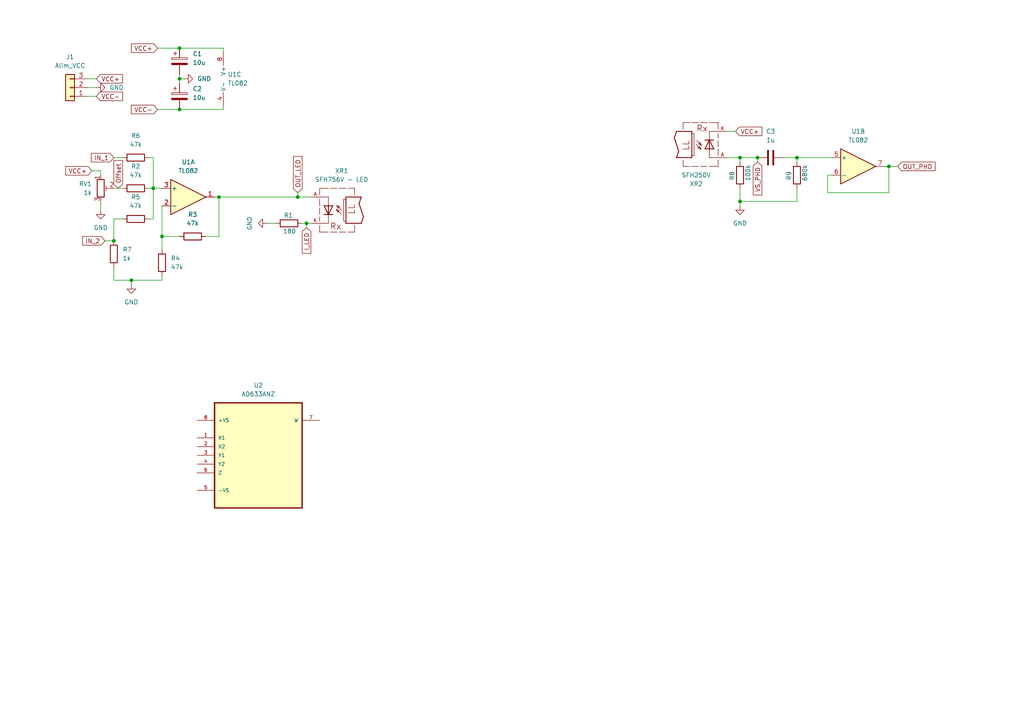
<source format=kicad_sch>
(kicad_sch (version 20250114) (generator "eeschema") (generator_version "9.0")
  (paper "A4")
  (lib_symbols
    (symbol "AD633ANZ:AD633ANZ" (pin_names (offset 1.016))
      (property "Reference" "U" (at -4.9276 14.7574 0))
      (property "Value" "AD633ANZ" (at -7.7216 -20.3454 0))
      (symbol "AD633ANZ_0_0"
        (rectangle (start -12.7 -17.78) (end 12.7 12.7) (stroke (width 0.4064)) (fill (type background)))
        (pin power_in line (at -17.78 7.62 0) (length 5.08) (name "+VS") (number "8"))
        (pin input line (at -17.78 2.54 0) (length 5.08) (name "X1") (number "1"))
        (pin input line (at -17.78 0 0) (length 5.08) (name "X2") (number "2"))
        (pin input line (at -17.78 -2.54 0) (length 5.08) (name "Y1") (number "3"))
        (pin input line (at -17.78 -5.08 0) (length 5.08) (name "Y2") (number "4"))
        (pin input line (at -17.78 -7.62 0) (length 5.08) (name "Z") (number "6"))
        (pin power_in line (at -17.78 -12.7 0) (length 5.08) (name "-VS") (number "5"))
        (pin output line (at 17.78 7.62 180) (length 5.08) (name "W") (number "7"))
      )
    )
    (symbol "Amplifier_Operational:TL082" (pin_names (offset 0.127))
      (property "Reference" "U" (at 0 5.08 0))
      (property "Value" "TL082" (at 0 -5.08 0))
      (symbol "TL082_1_1"
        (polyline (pts (xy -5.08 5.08) (xy 5.08 0) (xy -5.08 -5.08) (xy -5.08 5.08)) (stroke (width 0.254)) (fill (type background)))
        (pin input line (at -7.62 2.54 0) (length 2.54) (name "+") (number "3"))
        (pin input line (at -7.62 -2.54 0) (length 2.54) (name "-") (number "2"))
        (pin output line (at 7.62 0 180) (length 2.54) (name "~") (number "1"))
      )
      (symbol "TL082_2_1"
        (polyline (pts (xy -5.08 5.08) (xy 5.08 0) (xy -5.08 -5.08) (xy -5.08 5.08)) (stroke (width 0.254)) (fill (type background)))
        (pin input line (at -7.62 2.54 0) (length 2.54) (name "+") (number "5"))
        (pin input line (at -7.62 -2.54 0) (length 2.54) (name "-") (number "6"))
        (pin output line (at 7.62 0 180) (length 2.54) (name "~") (number "7"))
      )
      (symbol "TL082_3_1"
        (pin power_in line (at -2.54 7.62 270) (length 3.81) (name "V+") (number "8"))
        (pin power_in line (at -2.54 -7.62 90) (length 3.81) (name "V-") (number "4"))
      )
    )
    (symbol "Connector_Generic:Conn_01x03" (pin_names (offset 1.016) (hide yes))
      (property "Reference" "J" (at 0 5.08 0))
      (property "Value" "Conn_01x03" (at 0 -5.08 0))
      (symbol "Conn_01x03_1_1"
        (rectangle (start -1.27 3.81) (end 1.27 -3.81) (stroke (width 0.254)) (fill (type background)))
        (rectangle (start -1.27 2.667) (end 0 2.413) (stroke (width 0.1524)))
        (rectangle (start -1.27 0.127) (end 0 -0.127) (stroke (width 0.1524)))
        (rectangle (start -1.27 -2.413) (end 0 -2.667) (stroke (width 0.1524)))
        (pin passive line (at -5.08 2.54 0) (length 3.81) (name "Pin_1") (number "1"))
        (pin passive line (at -5.08 0 0) (length 3.81) (name "Pin_2") (number "2"))
        (pin passive line (at -5.08 -2.54 0) (length 3.81) (name "Pin_3") (number "3"))
      )
    )
    (symbol "Device:C" (pin_numbers (hide yes)) (pin_names (offset 0.254))
      (property "Reference" "C" (at 0.635 2.54 0))
      (property "Value" "C" (at 0.635 -2.54 0))
      (symbol "C_0_1"
        (polyline (pts (xy -2.032 0.762) (xy 2.032 0.762)) (stroke (width 0.508)))
        (polyline (pts (xy -2.032 -0.762) (xy 2.032 -0.762)) (stroke (width 0.508)))
      )
      (symbol "C_1_1"
        (pin passive line (at 0 3.81 270) (length 2.794) (name "~") (number "1"))
        (pin passive line (at 0 -3.81 90) (length 2.794) (name "~") (number "2"))
      )
    )
    (symbol "Device:C_Polarized" (pin_numbers (hide yes)) (pin_names (offset 0.254))
      (property "Reference" "C" (at 0.635 2.54 0))
      (property "Value" "C_Polarized" (at 0.635 -2.54 0))
      (symbol "C_Polarized_0_1"
        (rectangle (start -2.286 0.508) (end 2.286 1.016))
        (polyline (pts (xy -1.778 2.286) (xy -0.762 2.286)))
        (polyline (pts (xy -1.27 2.794) (xy -1.27 1.778)))
        (rectangle (start 2.286 -0.508) (end -2.286 -1.016) (fill (type outline)))
      )
      (symbol "C_Polarized_1_1"
        (pin passive line (at 0 3.81 270) (length 2.794) (name "~") (number "1"))
        (pin passive line (at 0 -3.81 90) (length 2.794) (name "~") (number "2"))
      )
    )
    (symbol "Device:R" (pin_numbers (hide yes)) (pin_names (offset 0))
      (property "Reference" "R" (at 2.032 0 90))
      (property "Value" "R" (at 0 0 90))
      (symbol "R_0_1"
        (rectangle (start -1.016 -2.54) (end 1.016 2.54) (stroke (width 0.254)))
      )
      (symbol "R_1_1"
        (pin passive line (at 0 3.81 270) (length 1.27) (name "~") (number "1"))
        (pin passive line (at 0 -3.81 90) (length 1.27) (name "~") (number "2"))
      )
    )
    (symbol "Device:R_Potentiometer_Trim" (pin_names (offset 1.016) (hide yes))
      (property "Reference" "RV" (at -4.445 0 90))
      (property "Value" "R_Potentiometer_Trim" (at -2.54 0 90))
      (symbol "R_Potentiometer_Trim_0_1"
        (rectangle (start 1.016 2.54) (end -1.016 -2.54) (stroke (width 0.254)))
        (polyline (pts (xy 1.524 0.762) (xy 1.524 -0.762)))
        (polyline (pts (xy 2.54 0) (xy 1.524 0)))
      )
      (symbol "R_Potentiometer_Trim_1_1"
        (pin passive line (at 0 3.81 270) (length 1.27) (name "1") (number "1"))
        (pin passive line (at 0 -3.81 90) (length 1.27) (name "3") (number "3"))
        (pin passive line (at 3.81 0 180) (length 1.27) (name "2") (number "2"))
      )
    )
    (symbol "SFH250V:SFH250V" (pin_names (offset 1.016))
      (property "Reference" "XR" (at -7.6295 8.2653 0))
      (property "Value" "SFH250V" (at -7.6238 -7.6238 0))
      (symbol "SFH250V_0_0"
        (polyline (pts (xy -10.16 -0.635) (xy -8.89 3.175)) (stroke (width 0.254)))
        (polyline (pts (xy -9.525 5.08) (xy -5.08 5.08)) (stroke (width 0.254)))
        (polyline (pts (xy -9.525 -2.54) (xy -10.16 -0.635)) (stroke (width 0.254)))
        (polyline (pts (xy -8.89 3.175) (xy -9.525 5.08)) (stroke (width 0.254)))
        (polyline (pts (xy -7.62 7.62) (xy -5.715 7.62)) (stroke (width 0.1524)))
        (polyline (pts (xy -7.62 5.715) (xy -7.62 7.62)) (stroke (width 0.1524)))
        (polyline (pts (xy -7.62 -3.175) (xy -7.62 -5.08)) (stroke (width 0.1524)))
        (polyline (pts (xy -7.62 -5.08) (xy -5.715 -5.08)) (stroke (width 0.1524)))
        (polyline (pts (xy -5.08 7.62) (xy -3.175 7.62)) (stroke (width 0.1524)))
        (polyline (pts (xy -5.08 5.08) (xy -5.08 4.445)) (stroke (width 0.254)))
        (polyline (pts (xy -5.08 4.445) (xy -5.08 -1.905)) (stroke (width 0.254)))
        (polyline (pts (xy -5.08 4.445) (xy -4.445 4.445)) (stroke (width 0.1524)))
        (polyline (pts (xy -5.08 -1.905) (xy -5.08 -2.54)) (stroke (width 0.254)))
        (polyline (pts (xy -5.08 -2.54) (xy -9.525 -2.54)) (stroke (width 0.254)))
        (polyline (pts (xy -5.08 -5.08) (xy -3.175 -5.08)) (stroke (width 0.1524)))
        (polyline (pts (xy -4.445 4.445) (xy -4.445 -1.905)) (stroke (width 0.1524)))
        (polyline (pts (xy -4.445 -1.905) (xy -5.08 -1.905)) (stroke (width 0.1524)))
        (polyline (pts (xy -3.81 1.27) (xy -2.413 2.667)) (stroke (width 0.1524)))
        (polyline (pts (xy -3.683 0.127) (xy -2.286 1.524)) (stroke (width 0.1524)))
        (polyline (pts (xy -3.302 2.286) (xy -2.794 1.778)) (stroke (width 0.1524)))
        (polyline (pts (xy -3.175 1.143) (xy -2.667 0.635)) (stroke (width 0.1524)))
        (polyline (pts (xy -2.794 1.778) (xy -2.413 2.667)) (stroke (width 0.1524)))
        (polyline (pts (xy -2.667 0.635) (xy -2.286 1.524)) (stroke (width 0.1524)))
        (polyline (pts (xy -2.54 7.62) (xy -0.635 7.62)) (stroke (width 0.1524)))
        (polyline (pts (xy -2.54 -5.08) (xy -0.635 -5.08)) (stroke (width 0.1524)))
        (polyline (pts (xy -2.413 2.667) (xy -3.302 2.286)) (stroke (width 0.1524)))
        (polyline (pts (xy -2.286 1.524) (xy -3.175 1.143)) (stroke (width 0.1524)))
        (polyline (pts (xy 0 7.62) (xy 2.54 7.62)) (stroke (width 0.1524)))
        (polyline (pts (xy 0 5.08) (xy 0 2.54)) (stroke (width 0.1524)))
        (polyline (pts (xy 0 5.08) (xy 2.54 5.08)) (stroke (width 0.1524)))
        (polyline (pts (xy 0 2.54) (xy -1.27 2.54)) (stroke (width 0.254)))
        (polyline (pts (xy 0 2.54) (xy 0 0)) (stroke (width 0.254)))
        (polyline (pts (xy 0 0) (xy -1.27 2.54)) (stroke (width 0.254)))
        (polyline (pts (xy 0 0) (xy -1.27 0)) (stroke (width 0.254)))
        (polyline (pts (xy 0 0) (xy 0 -2.54)) (stroke (width 0.1524)))
        (polyline (pts (xy 0 -5.08) (xy 2.54 -5.08)) (stroke (width 0.1524)))
        (polyline (pts (xy 1.27 2.54) (xy 0 2.54)) (stroke (width 0.254)))
        (polyline (pts (xy 1.27 2.54) (xy 0 0)) (stroke (width 0.254)))
        (polyline (pts (xy 1.27 0) (xy 0 0)) (stroke (width 0.254)))
        (polyline (pts (xy 2.54 5.715) (xy 2.54 7.62)) (stroke (width 0.1524)))
        (polyline (pts (xy 2.54 2.54) (xy 2.54 4.445)) (stroke (width 0.1524)))
        (polyline (pts (xy 2.54 0) (xy 2.54 1.905)) (stroke (width 0.1524)))
        (polyline (pts (xy 2.54 -1.905) (xy 2.54 -0.635)) (stroke (width 0.1524)))
        (polyline (pts (xy 2.54 -2.54) (xy 0 -2.54)) (stroke (width 0.1524)))
        (polyline (pts (xy 2.54 -5.08) (xy 2.54 -3.175)) (stroke (width 0.1524)))
        (text "LL" (at -5.7175 0 900) (effects (font (size 1.7788 1.7788)) (justify left bottom)))
        (text "Rx" (at -3.8118 -4.4471 0) (effects (font (size 1.7788 1.7788)) (justify left bottom)))
        (pin passive line (at 5.08 5.08 180) (length 2.54) (name "~") (number "A"))
        (pin passive line (at 5.08 -2.54 180) (length 2.54) (name "~") (number "K"))
      )
    )
    (symbol "power:GND" (power) (pin_numbers (hide yes)) (pin_names (offset 0) (hide yes))
      (property "Value" "GND" (at 0 -3.81 0))
      (symbol "GND_0_1"
        (polyline (pts (xy 0 0) (xy 0 -1.27) (xy 1.27 -1.27) (xy 0 -2.54) (xy -1.27 -1.27) (xy 0 -1.27)))
      )
      (symbol "GND_1_1"
        (pin power_in line (at 0 0 270) (length 0) (name "~") (number "1"))
      )
    )
  )
  (junction (at 38.1 81.28))
  (junction (at 63.5 57.15))
  (junction (at 214.63 45.72))
  (junction (at 44.45 54.61))
  (junction (at 46.99 68.58))
  (junction (at 231.14 45.72))
  (junction (at 33.02 69.85))
  (junction (at 86.36 57.15))
  (junction (at 52.07 31.75))
  (junction (at 52.07 13.97))
  (junction (at 219.71 45.72))
  (junction (at 52.07 22.86))
  (junction (at 257.81 48.26))
  (junction (at 214.63 58.42))
  (junction (at 88.9 64.77))
  (wire (pts (xy 46.99 68.58) (xy 46.99 72.39)))
  (wire (pts (xy 257.81 48.26) (xy 256.54 48.26)))
  (wire (pts (xy 29.21 58.42) (xy 29.21 60.96)))
  (wire (pts (xy 257.81 48.26) (xy 260.35 48.26)))
  (wire (pts (xy 35.56 63.5) (xy 33.02 63.5)))
  (wire (pts (xy 63.5 57.15) (xy 62.23 57.15)))
  (wire (pts (xy 33.02 63.5) (xy 33.02 69.85)))
  (wire (pts (xy 46.99 81.28) (xy 46.99 80.01)))
  (wire (pts (xy 44.45 63.5) (xy 44.45 54.61)))
  (wire (pts (xy 25.4 25.4) (xy 27.94 25.4)))
  (wire (pts (xy 231.14 45.72) (xy 241.3 45.72)))
  (wire (pts (xy 214.63 45.72) (xy 219.71 45.72)))
  (wire (pts (xy 45.72 13.97) (xy 52.07 13.97)))
  (wire (pts (xy 231.14 45.72) (xy 231.14 46.99)))
  (wire (pts (xy 231.14 58.42) (xy 214.63 58.42)))
  (wire (pts (xy 33.02 77.47) (xy 33.02 81.28)))
  (wire (pts (xy 210.82 45.72) (xy 214.63 45.72)))
  (wire (pts (xy 214.63 46.99) (xy 214.63 45.72)))
  (wire (pts (xy 43.18 63.5) (xy 44.45 63.5)))
  (wire (pts (xy 77.47 64.77) (xy 80.01 64.77)))
  (wire (pts (xy 33.02 45.72) (xy 35.56 45.72)))
  (wire (pts (xy 241.3 50.8) (xy 240.03 50.8)))
  (wire (pts (xy 52.07 22.86) (xy 52.07 24.13)))
  (wire (pts (xy 29.21 50.8) (xy 29.21 49.53)))
  (wire (pts (xy 240.03 55.88) (xy 257.81 55.88)))
  (wire (pts (xy 44.45 45.72) (xy 44.45 54.61)))
  (wire (pts (xy 210.82 38.1) (xy 213.36 38.1)))
  (wire (pts (xy 63.5 57.15) (xy 86.36 57.15)))
  (wire (pts (xy 214.63 54.61) (xy 214.63 58.42)))
  (wire (pts (xy 43.18 54.61) (xy 44.45 54.61)))
  (wire (pts (xy 214.63 58.42) (xy 214.63 59.69)))
  (wire (pts (xy 45.72 31.75) (xy 52.07 31.75)))
  (wire (pts (xy 86.36 55.88) (xy 86.36 57.15)))
  (wire (pts (xy 38.1 81.28) (xy 33.02 81.28)))
  (wire (pts (xy 63.5 68.58) (xy 63.5 57.15)))
  (wire (pts (xy 25.4 27.94) (xy 27.94 27.94)))
  (wire (pts (xy 227.33 45.72) (xy 231.14 45.72)))
  (wire (pts (xy 52.07 31.75) (xy 64.77 31.75)))
  (wire (pts (xy 87.63 64.77) (xy 88.9 64.77)))
  (wire (pts (xy 88.9 64.77) (xy 88.9 66.04)))
  (wire (pts (xy 44.45 54.61) (xy 46.99 54.61)))
  (wire (pts (xy 25.4 22.86) (xy 27.94 22.86)))
  (wire (pts (xy 33.02 54.61) (xy 35.56 54.61)))
  (wire (pts (xy 52.07 22.86) (xy 53.34 22.86)))
  (wire (pts (xy 86.36 57.15) (xy 90.17 57.15)))
  (wire (pts (xy 38.1 82.55) (xy 38.1 81.28)))
  (wire (pts (xy 46.99 59.69) (xy 46.99 68.58)))
  (wire (pts (xy 29.21 49.53) (xy 26.67 49.53)))
  (wire (pts (xy 240.03 50.8) (xy 240.03 55.88)))
  (wire (pts (xy 231.14 54.61) (xy 231.14 58.42)))
  (wire (pts (xy 46.99 68.58) (xy 52.07 68.58)))
  (wire (pts (xy 257.81 55.88) (xy 257.81 48.26)))
  (wire (pts (xy 30.48 69.85) (xy 33.02 69.85)))
  (wire (pts (xy 64.77 31.75) (xy 64.77 30.48)))
  (wire (pts (xy 38.1 81.28) (xy 46.99 81.28)))
  (wire (pts (xy 64.77 13.97) (xy 64.77 15.24)))
  (wire (pts (xy 59.69 68.58) (xy 63.5 68.58)))
  (wire (pts (xy 44.45 45.72) (xy 43.18 45.72)))
  (wire (pts (xy 88.9 64.77) (xy 90.17 64.77)))
  (wire (pts (xy 52.07 21.59) (xy 52.07 22.86)))
  (wire (pts (xy 52.07 13.97) (xy 64.77 13.97)))
  (wire (pts (xy 219.71 45.72) (xy 219.71 46.99)))
  (global_label "VCC+" (shape input) (at 26.67 49.53 180) (property "Intersheetrefs" "${INTERSHEET_REFS}" (effects (hide yes))))
  (global_label "Offset" (shape input) (at 34.29 54.61 90) (property "Intersheetrefs" "${INTERSHEET_REFS}" (effects (hide yes))))
  (global_label "VCC+" (shape input) (at 213.36 38.1 0) (property "Intersheetrefs" "${INTERSHEET_REFS}" (effects (hide yes))))
  (global_label "IN_1" (shape input) (at 33.02 45.72 180) (property "Intersheetrefs" "${INTERSHEET_REFS}" (effects (hide yes))))
  (global_label "VCC-" (shape input) (at 45.72 31.75 180) (property "Intersheetrefs" "${INTERSHEET_REFS}" (effects (hide yes))))
  (global_label "VCC+" (shape input) (at 27.94 22.86 0) (property "Intersheetrefs" "${INTERSHEET_REFS}" (effects (hide yes))))
  (global_label "I_LED" (shape input) (at 88.9 66.04 270) (property "Intersheetrefs" "${INTERSHEET_REFS}" (effects (hide yes))))
  (global_label "VCC+" (shape input) (at 45.72 13.97 180) (property "Intersheetrefs" "${INTERSHEET_REFS}" (effects (hide yes))))
  (global_label "VS_PHD" (shape input) (at 219.71 46.99 270) (property "Intersheetrefs" "${INTERSHEET_REFS}" (effects (hide yes))))
  (global_label "IN_2" (shape input) (at 30.48 69.85 180) (property "Intersheetrefs" "${INTERSHEET_REFS}" (effects (hide yes))))
  (global_label "VCC-" (shape input) (at 27.94 27.94 0) (property "Intersheetrefs" "${INTERSHEET_REFS}" (effects (hide yes))))
  (global_label "OUT_LED" (shape input) (at 86.36 55.88 90) (property "Intersheetrefs" "${INTERSHEET_REFS}" (effects (hide yes))))
  (global_label "OUT_PHD" (shape input) (at 260.35 48.26 0) (property "Intersheetrefs" "${INTERSHEET_REFS}" (effects (hide yes))))
  (symbol (lib_id "power:GND") (at 214.63 59.69 0) (unit 1)
    (property "Reference" "#PWR06" (effects (hide yes)))
    (property "Value" "GND" (at 214.63 64.77 0))
    (property "Description" "Power symbol creates a global label with name \"GND\" , ground" (effects (hide yes)))
  )
  (symbol (lib_id "Device:R") (at 39.37 63.5 90) (unit 1)
    (property "Reference" "R5" (at 39.37 57.15 90))
    (property "Value" "47k" (at 39.37 59.69 90))
    (property "Footprint" "Resistor_THT:R_Axial_DIN0207_L6.3mm_D2.5mm_P10.16mm_Horizontal" (effects (hide yes)))
    (property "Description" "Resistor" (effects (hide yes)))
  )
  (symbol (lib_id "power:GND") (at 38.1 82.55 0) (unit 1)
    (property "Reference" "#PWR04" (effects (hide yes)))
    (property "Value" "GND" (at 38.1 87.63 0))
    (property "Description" "Power symbol creates a global label with name \"GND\" , ground" (effects (hide yes)))
  )
  (symbol (lib_id "Device:R") (at 46.99 76.2 180) (unit 1)
    (property "Reference" "R4" (at 49.53 74.9299 0) (effects (justify right)))
    (property "Value" "47k" (at 49.53 77.4699 0) (effects (justify right)))
    (property "Footprint" "Resistor_THT:R_Axial_DIN0207_L6.3mm_D2.5mm_P10.16mm_Horizontal" (effects (hide yes)))
    (property "Description" "Resistor" (effects (hide yes)))
  )
  (symbol (lib_id "Device:C_Polarized") (at 52.07 27.94 0) (unit 1)
    (property "Reference" "C2" (at 55.88 25.7809 0) (effects (justify left)))
    (property "Value" "10u" (at 55.88 28.3209 0) (effects (justify left)))
    (property "Description" "Polarized capacitor" (effects (hide yes)))
  )
  (symbol (lib_id "Amplifier_Operational:TL082") (at 54.61 57.15 0) (unit 1)
    (property "Reference" "U1" (at 54.61 46.99 0))
    (property "Value" "TL082" (at 54.61 49.53 0))
    (property "Datasheet" "http://www.ti.com/lit/ds/symlink/tl081.pdf" (effects (hide yes)))
    (property "Description" "Dual JFET-Input Operational Amplifiers, DIP-8/SOIC-8/SSOP-8" (effects (hide yes)))
  )
  (symbol (lib_id "SFH250V:SFH250V") (at 95.25 62.23 0) (mirror y) (unit 1)
    (property "Reference" "XR1" (at 99.0854 49.53 0))
    (property "Value" "SFH756V - LED" (at 99.0854 52.07 0))
    (property "Footprint" "SFH250V:SFH-V" (effects (hide yes)))
    (property "MF" "Infineon Technologies" (effects (hide yes)))
    (property "Description_1" "Fiber Optic Transmitter 850nm - -" (effects (hide yes)))
    (property "Package" "None" (effects (hide yes)))
    (property "MPN" "SP000063852" (effects (hide yes)))
    (property "Price" "None" (effects (hide yes)))
    (property "OC_FARNELL" "1219692" (effects (hide yes)))
    (property "SnapEDA_Link" "https://www.snapeda.com/parts/SFH250V/Infineon/view-part/?ref=snap" (effects (hide yes)))
    (property "MP" "SFH250V" (effects (hide yes)))
    (property "OC_NEWARK" "54M6076" (effects (hide yes)))
    (property "Availability" "In Stock" (effects (hide yes)))
    (property "Check_prices" "https://www.snapeda.com/parts/SFH250V/Infineon/view-part/?ref=eda" (effects (hide yes)))
  )
  (symbol (lib_id "SFH250V:SFH250V") (at 205.74 40.64 0) (mirror x) (unit 1)
    (property "Reference" "XR2" (at 201.9046 53.34 0))
    (property "Value" "SFH250V" (at 201.9046 50.8 0))
    (property "Footprint" "SFH250V:SFH-V" (effects (hide yes)))
    (property "MF" "Infineon Technologies" (effects (hide yes)))
    (property "Description_1" "Fiber Optic Transmitter 850nm - -" (effects (hide yes)))
    (property "Package" "None" (effects (hide yes)))
    (property "MPN" "SP000063852" (effects (hide yes)))
    (property "Price" "None" (effects (hide yes)))
    (property "OC_FARNELL" "1219692" (effects (hide yes)))
    (property "SnapEDA_Link" "https://www.snapeda.com/parts/SFH250V/Infineon/view-part/?ref=snap" (effects (hide yes)))
    (property "MP" "SFH250V" (effects (hide yes)))
    (property "OC_NEWARK" "54M6076" (effects (hide yes)))
    (property "Availability" "In Stock" (effects (hide yes)))
    (property "Check_prices" "https://www.snapeda.com/parts/SFH250V/Infineon/view-part/?ref=eda" (effects (hide yes)))
  )
  (symbol (lib_id "power:GND") (at 53.34 22.86 90) (unit 1)
    (property "Reference" "#PWR03" (effects (hide yes)))
    (property "Value" "GND" (at 57.15 22.8599 90) (effects (justify right)))
    (property "Description" "Power symbol creates a global label with name \"GND\" , ground" (effects (hide yes)))
  )
  (symbol (lib_id "AD633ANZ:AD633ANZ") (at 74.93 129.54 0) (unit 1)
    (property "Reference" "U2" (at 74.93 111.76 0))
    (property "Value" "AD633ANZ" (at 74.93 114.3 0))
    (property "Footprint" "AD633ANZ:DIP254P762X533-8" (effects (hide yes)))
    (property "MF" "Analog Devices" (effects (hide yes)))
    (property "Description_1" "Low Cost Analog Multiplier" (effects (hide yes)))
    (property "PACKAGE" "PDIP-8" (effects (hide yes)))
    (property "MPN" "AD633ANZ" (effects (hide yes)))
    (property "Price" "None" (effects (hide yes)))
    (property "Package" "PDIP-8 Analog Devices" (effects (hide yes)))
    (property "OC_FARNELL" "1438410" (effects (hide yes)))
    (property "SnapEDA_Link" "https://www.snapeda.com/parts/AD633ANZ/Analog+Devices/view-part/?ref=snap" (effects (hide yes)))
    (property "MP" "AD633ANZ" (effects (hide yes)))
    (property "SUPPLIER" "Analog Devices" (effects (hide yes)))
    (property "OC_NEWARK" "19M8828" (effects (hide yes)))
    (property "Availability" "In Stock" (effects (hide yes)))
    (property "Check_prices" "https://www.snapeda.com/parts/AD633ANZ/Analog+Devices/view-part/?ref=eda" (effects (hide yes)))
  )
  (symbol (lib_id "Device:R") (at 83.82 64.77 270) (unit 1)
    (property "Reference" "R1" (at 82.296 62.484 90) (effects (justify left)))
    (property "Value" "180" (at 82.042 67.056 90) (effects (justify left)))
    (property "Footprint" "Resistor_THT:R_Axial_DIN0207_L6.3mm_D2.5mm_P10.16mm_Horizontal" (effects (hide yes)))
    (property "Description" "Resistor" (effects (hide yes)))
  )
  (symbol (lib_id "power:GND") (at 29.21 60.96 0) (unit 1)
    (property "Reference" "#PWR05" (effects (hide yes)))
    (property "Value" "GND" (at 29.21 66.04 0))
    (property "Description" "Power symbol creates a global label with name \"GND\" , ground" (effects (hide yes)))
  )
  (symbol (lib_id "Amplifier_Operational:TL082") (at 67.31 22.86 0) (unit 3)
    (property "Reference" "U1" (at 66.04 21.5899 0) (effects (justify left)))
    (property "Value" "TL082" (at 66.04 24.1299 0) (effects (justify left)))
    (property "Datasheet" "http://www.ti.com/lit/ds/symlink/tl081.pdf" (effects (hide yes)))
    (property "Description" "Dual JFET-Input Operational Amplifiers, DIP-8/SOIC-8/SSOP-8" (effects (hide yes)))
  )
  (symbol (lib_id "Amplifier_Operational:TL082") (at 248.92 48.26 0) (unit 2)
    (property "Reference" "U1" (at 248.92 38.1 0))
    (property "Value" "TL082" (at 248.92 40.64 0))
    (property "Datasheet" "http://www.ti.com/lit/ds/symlink/tl081.pdf" (effects (hide yes)))
    (property "Description" "Dual JFET-Input Operational Amplifiers, DIP-8/SOIC-8/SSOP-8" (effects (hide yes)))
  )
  (symbol (lib_id "power:GND") (at 27.94 25.4 90) (unit 1)
    (property "Reference" "#PWR02" (effects (hide yes)))
    (property "Value" "GND" (at 31.75 25.3999 90) (effects (justify right)))
    (property "Description" "Power symbol creates a global label with name \"GND\" , ground" (effects (hide yes)))
  )
  (symbol (lib_id "Device:R_Potentiometer_Trim") (at 29.21 54.61 0) (unit 1)
    (property "Reference" "RV1" (at 26.67 53.3399 0) (effects (justify right)))
    (property "Value" "1k" (at 26.67 55.8799 0) (effects (justify right)))
    (property "Description" "Trim-potentiometer" (effects (hide yes)))
  )
  (symbol (lib_id "Device:R") (at 33.02 73.66 180) (unit 1)
    (property "Reference" "R7" (at 35.56 72.3899 0) (effects (justify right)))
    (property "Value" "1k" (at 35.56 74.9299 0) (effects (justify right)))
    (property "Footprint" "Resistor_THT:R_Axial_DIN0207_L6.3mm_D2.5mm_P10.16mm_Horizontal" (effects (hide yes)))
    (property "Description" "Resistor" (effects (hide yes)))
  )
  (symbol (lib_id "Connector_Generic:Conn_01x03") (at 20.32 25.4 180) (unit 1)
    (property "Reference" "J1" (at 20.32 16.51 0))
    (property "Value" "Alim_VCC" (at 20.32 19.05 0))
    (property "Description" "Generic connector, single row, 01x03, script generated (kicad-library-utils/schlib/autogen/connector/)" (effects (hide yes)))
  )
  (symbol (lib_id "Device:C") (at 223.52 45.72 90) (unit 1)
    (property "Reference" "C3" (at 223.52 38.1 90))
    (property "Value" "1u" (at 223.52 40.64 90))
    (property "Description" "Unpolarized capacitor" (effects (hide yes)))
  )
  (symbol (lib_id "power:GND") (at 77.47 64.77 270) (unit 1)
    (property "Reference" "#PWR01" (effects (hide yes)))
    (property "Value" "GND" (at 72.39 64.77 0))
    (property "Description" "Power symbol creates a global label with name \"GND\" , ground" (effects (hide yes)))
  )
  (symbol (lib_id "Device:C_Polarized") (at 52.07 17.78 0) (unit 1)
    (property "Reference" "C1" (at 55.88 15.6209 0) (effects (justify left)))
    (property "Value" "10u" (at 55.88 18.1609 0) (effects (justify left)))
    (property "Description" "Polarized capacitor" (effects (hide yes)))
  )
  (symbol (lib_id "Device:R") (at 39.37 45.72 90) (unit 1)
    (property "Reference" "R6" (at 39.37 39.37 90))
    (property "Value" "47k" (at 39.37 41.91 90))
    (property "Footprint" "Resistor_THT:R_Axial_DIN0207_L6.3mm_D2.5mm_P10.16mm_Horizontal" (effects (hide yes)))
    (property "Description" "Resistor" (effects (hide yes)))
  )
  (symbol (lib_id "Device:R") (at 214.63 50.8 0) (unit 1)
    (property "Reference" "R8" (at 212.344 52.324 90) (effects (justify left)))
    (property "Value" "100k" (at 216.916 52.578 90) (effects (justify left)))
    (property "Footprint" "Resistor_THT:R_Axial_DIN0207_L6.3mm_D2.5mm_P10.16mm_Horizontal" (effects (hide yes)))
    (property "Description" "Resistor" (effects (hide yes)))
  )
  (symbol (lib_id "Device:R") (at 39.37 54.61 90) (unit 1)
    (property "Reference" "R2" (at 39.37 48.26 90))
    (property "Value" "47k" (at 39.37 50.8 90))
    (property "Footprint" "Resistor_THT:R_Axial_DIN0207_L6.3mm_D2.5mm_P10.16mm_Horizontal" (effects (hide yes)))
    (property "Description" "Resistor" (effects (hide yes)))
  )
  (symbol (lib_id "Device:R") (at 231.14 50.8 0) (unit 1)
    (property "Reference" "R9" (at 228.854 52.324 90) (effects (justify left)))
    (property "Value" "680k" (at 233.426 52.578 90) (effects (justify left)))
    (property "Footprint" "Resistor_THT:R_Axial_DIN0207_L6.3mm_D2.5mm_P10.16mm_Horizontal" (effects (hide yes)))
    (property "Description" "Resistor" (effects (hide yes)))
  )
  (symbol (lib_id "Device:R") (at 55.88 68.58 90) (unit 1)
    (property "Reference" "R3" (at 55.88 62.23 90))
    (property "Value" "47k" (at 55.88 64.77 90))
    (property "Footprint" "Resistor_THT:R_Axial_DIN0207_L6.3mm_D2.5mm_P10.16mm_Horizontal" (effects (hide yes)))
    (property "Description" "Resistor" (effects (hide yes)))
  )
)
</source>
